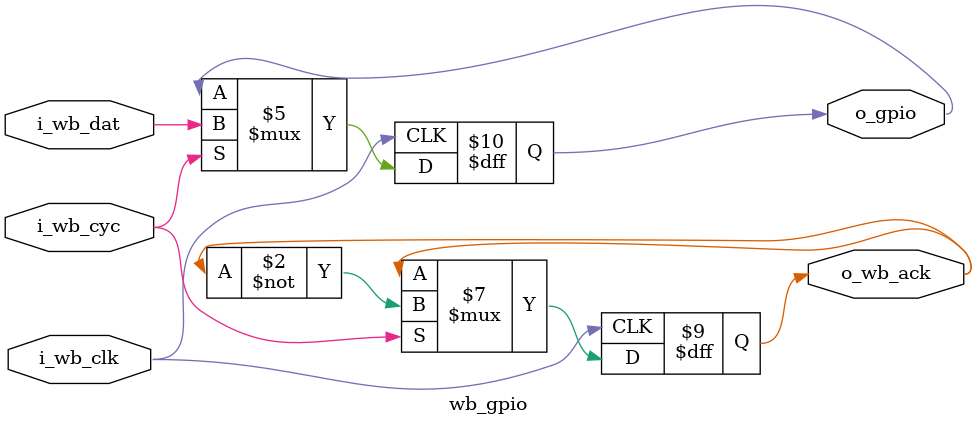
<source format=v>
module wb_gpio
  (
   input wire i_wb_clk,
   input wire i_wb_dat,
   input wire i_wb_cyc,
   output reg o_wb_ack = 1'b0,
   output reg o_gpio = 1'b0);
   
   always @(posedge i_wb_clk)
     if (i_wb_cyc) begin
	o_wb_ack <= ~o_wb_ack;
	o_gpio <= i_wb_dat;
     end
endmodule

</source>
